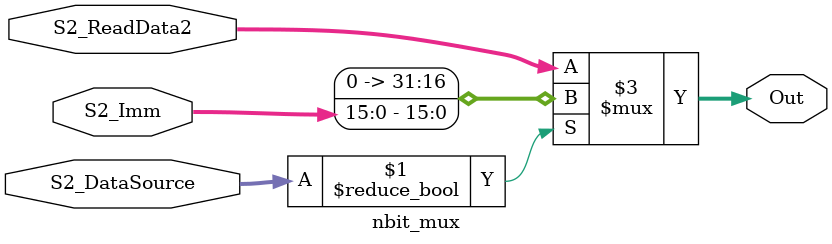
<source format=v>
module nbit_mux(Out, S2_ReadData2, S2_Imm, S2_DataSource);


parameter SELECT_WIDTH = 3;
parameter IMMEDIATE_WIDTH = 16; 
parameter READ_WIDTH = 32; 
//-------------Input Ports-----------------------------

input [SELECT_WIDTH-1:0] S2_DataSource;
input [IMMEDIATE_WIDTH-1:0]  S2_Imm;
input [READ_WIDTH-1:0] S2_ReadData2; 
 
//-------------Output Ports----------------------------
output [READ_WIDTH-1:0] Out;
//-------------Wires-----------------------------------
//-------------Other-----------------------------------
//------------Code Starts Here-------------------------


wire[31:0]Extension;


assign Out = (S2_DataSource) ? S2_Imm : S2_ReadData2;
endmodule

</source>
